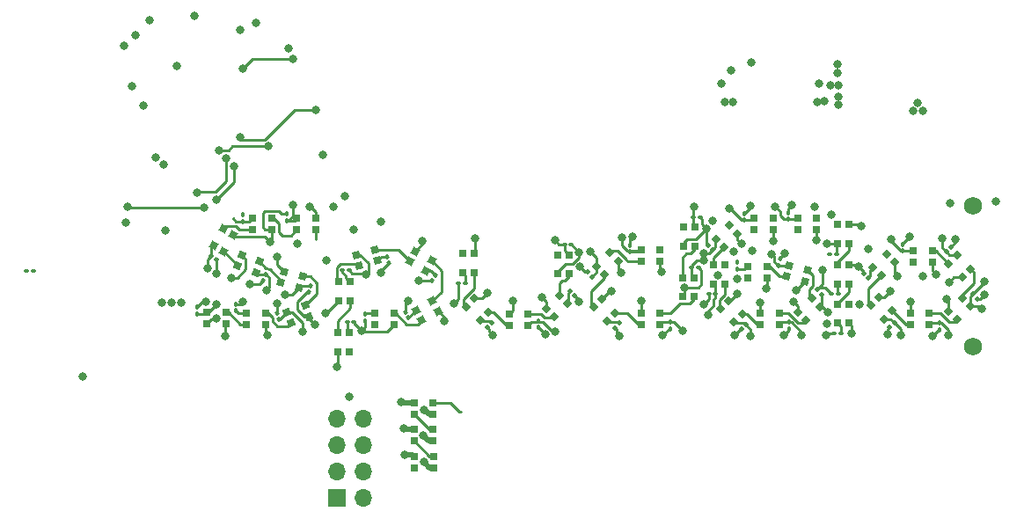
<source format=gbr>
%TF.GenerationSoftware,KiCad,Pcbnew,7.0.2-0*%
%TF.CreationDate,2023-09-28T22:34:41-05:00*%
%TF.ProjectId,spudglo_business_card,73707564-676c-46f5-9f62-7573696e6573,rev?*%
%TF.SameCoordinates,Original*%
%TF.FileFunction,Copper,L1,Top*%
%TF.FilePolarity,Positive*%
%FSLAX46Y46*%
G04 Gerber Fmt 4.6, Leading zero omitted, Abs format (unit mm)*
G04 Created by KiCad (PCBNEW 7.0.2-0) date 2023-09-28 22:34:41*
%MOMM*%
%LPD*%
G01*
G04 APERTURE LIST*
G04 Aperture macros list*
%AMRoundRect*
0 Rectangle with rounded corners*
0 $1 Rounding radius*
0 $2 $3 $4 $5 $6 $7 $8 $9 X,Y pos of 4 corners*
0 Add a 4 corners polygon primitive as box body*
4,1,4,$2,$3,$4,$5,$6,$7,$8,$9,$2,$3,0*
0 Add four circle primitives for the rounded corners*
1,1,$1+$1,$2,$3*
1,1,$1+$1,$4,$5*
1,1,$1+$1,$6,$7*
1,1,$1+$1,$8,$9*
0 Add four rect primitives between the rounded corners*
20,1,$1+$1,$2,$3,$4,$5,0*
20,1,$1+$1,$4,$5,$6,$7,0*
20,1,$1+$1,$6,$7,$8,$9,0*
20,1,$1+$1,$8,$9,$2,$3,0*%
%AMRotRect*
0 Rectangle, with rotation*
0 The origin of the aperture is its center*
0 $1 length*
0 $2 width*
0 $3 Rotation angle, in degrees counterclockwise*
0 Add horizontal line*
21,1,$1,$2,0,0,$3*%
G04 Aperture macros list end*
%TA.AperFunction,SMDPad,CuDef*%
%ADD10RoundRect,0.100000X-0.021213X-0.162635X0.162635X0.021213X0.021213X0.162635X-0.162635X-0.021213X0*%
%TD*%
%TA.AperFunction,SMDPad,CuDef*%
%ADD11RoundRect,0.100000X0.100000X-0.130000X0.100000X0.130000X-0.100000X0.130000X-0.100000X-0.130000X0*%
%TD*%
%TA.AperFunction,SMDPad,CuDef*%
%ADD12RoundRect,0.100000X0.162635X-0.021213X-0.021213X0.162635X-0.162635X0.021213X0.021213X-0.162635X0*%
%TD*%
%TA.AperFunction,SMDPad,CuDef*%
%ADD13RoundRect,0.100000X0.130000X0.100000X-0.130000X0.100000X-0.130000X-0.100000X0.130000X-0.100000X0*%
%TD*%
%TA.AperFunction,SMDPad,CuDef*%
%ADD14RoundRect,0.100000X-0.162635X0.021213X0.021213X-0.162635X0.162635X-0.021213X-0.021213X0.162635X0*%
%TD*%
%TA.AperFunction,SMDPad,CuDef*%
%ADD15RoundRect,0.100000X-0.100000X0.130000X-0.100000X-0.130000X0.100000X-0.130000X0.100000X0.130000X0*%
%TD*%
%TA.AperFunction,SMDPad,CuDef*%
%ADD16RoundRect,0.100000X0.021213X0.162635X-0.162635X-0.021213X-0.021213X-0.162635X0.162635X0.021213X0*%
%TD*%
%TA.AperFunction,SMDPad,CuDef*%
%ADD17RoundRect,0.100000X0.062946X-0.151452X0.130239X0.099688X-0.062946X0.151452X-0.130239X-0.099688X0*%
%TD*%
%TA.AperFunction,SMDPad,CuDef*%
%ADD18RoundRect,0.100000X-0.130000X-0.100000X0.130000X-0.100000X0.130000X0.100000X-0.130000X0.100000X0*%
%TD*%
%TA.AperFunction,SMDPad,CuDef*%
%ADD19R,0.700000X0.700000*%
%TD*%
%TA.AperFunction,SMDPad,CuDef*%
%ADD20RoundRect,0.100000X0.151603X-0.062583X0.021603X0.162583X-0.151603X0.062583X-0.021603X-0.162583X0*%
%TD*%
%TA.AperFunction,SMDPad,CuDef*%
%ADD21RoundRect,0.100000X-0.130239X0.099688X-0.062946X-0.151452X0.130239X-0.099688X0.062946X0.151452X0*%
%TD*%
%TA.AperFunction,SMDPad,CuDef*%
%ADD22RoundRect,0.100000X0.138432X-0.087958X0.049507X0.156362X-0.138432X0.087958X-0.049507X-0.156362X0*%
%TD*%
%TA.AperFunction,SMDPad,CuDef*%
%ADD23RoundRect,0.100000X-0.162583X-0.021603X0.062583X-0.151603X0.162583X0.021603X-0.062583X0.151603X0*%
%TD*%
%TA.AperFunction,SMDPad,CuDef*%
%ADD24RoundRect,0.100000X-0.021603X0.162583X-0.151603X-0.062583X0.021603X-0.162583X0.151603X0.062583X0*%
%TD*%
%TA.AperFunction,SMDPad,CuDef*%
%ADD25RoundRect,0.100000X-0.062946X0.151452X-0.130239X-0.099688X0.062946X-0.151452X0.130239X0.099688X0*%
%TD*%
%TA.AperFunction,SMDPad,CuDef*%
%ADD26RoundRect,0.100000X-0.049507X0.156362X-0.138432X-0.087958X0.049507X-0.156362X0.138432X0.087958X0*%
%TD*%
%TA.AperFunction,SMDPad,CuDef*%
%ADD27RotRect,0.700000X0.700000X45.000000*%
%TD*%
%TA.AperFunction,SMDPad,CuDef*%
%ADD28RotRect,0.700000X0.700000X195.000000*%
%TD*%
%TA.AperFunction,SMDPad,CuDef*%
%ADD29RotRect,0.700000X0.700000X345.000000*%
%TD*%
%TA.AperFunction,SMDPad,CuDef*%
%ADD30RotRect,0.700000X0.700000X225.000000*%
%TD*%
%TA.AperFunction,SMDPad,CuDef*%
%ADD31RotRect,0.700000X0.700000X30.000000*%
%TD*%
%TA.AperFunction,SMDPad,CuDef*%
%ADD32RotRect,0.700000X0.700000X315.000000*%
%TD*%
%TA.AperFunction,SMDPad,CuDef*%
%ADD33RotRect,0.700000X0.700000X135.000000*%
%TD*%
%TA.AperFunction,SMDPad,CuDef*%
%ADD34RotRect,0.700000X0.700000X150.000000*%
%TD*%
%TA.AperFunction,SMDPad,CuDef*%
%ADD35RotRect,0.700000X0.700000X165.000000*%
%TD*%
%TA.AperFunction,SMDPad,CuDef*%
%ADD36RotRect,0.700000X0.700000X20.000000*%
%TD*%
%TA.AperFunction,SMDPad,CuDef*%
%ADD37RotRect,0.700000X0.700000X60.000000*%
%TD*%
%TA.AperFunction,SMDPad,CuDef*%
%ADD38RotRect,0.700000X0.700000X160.000000*%
%TD*%
%TA.AperFunction,ComponentPad*%
%ADD39C,1.755000*%
%TD*%
%TA.AperFunction,ComponentPad*%
%ADD40R,1.700000X1.700000*%
%TD*%
%TA.AperFunction,ComponentPad*%
%ADD41O,1.700000X1.700000*%
%TD*%
%TA.AperFunction,ViaPad*%
%ADD42C,0.800000*%
%TD*%
%TA.AperFunction,Conductor*%
%ADD43C,0.250000*%
%TD*%
%TA.AperFunction,Conductor*%
%ADD44C,0.500000*%
%TD*%
G04 APERTURE END LIST*
D10*
%TO.P,C68,1*%
%TO.N,+5V*%
X255457452Y-101912548D03*
%TO.P,C68,2*%
%TO.N,GND*%
X255910000Y-101460000D03*
%TD*%
D11*
%TO.P,C67,1*%
%TO.N,+5V*%
X251290000Y-101815000D03*
%TO.P,C67,2*%
%TO.N,GND*%
X251290000Y-101175000D03*
%TD*%
D12*
%TO.P,C66,1*%
%TO.N,+5V*%
X243482322Y-106012322D03*
%TO.P,C66,2*%
%TO.N,GND*%
X243029774Y-105559774D03*
%TD*%
D13*
%TO.P,C65,1*%
%TO.N,+5V*%
X244920000Y-102100000D03*
%TO.P,C65,2*%
%TO.N,GND*%
X244280000Y-102100000D03*
%TD*%
%TO.P,C64,1*%
%TO.N,+5V*%
X245050000Y-105950000D03*
%TO.P,C64,2*%
%TO.N,GND*%
X244410000Y-105950000D03*
%TD*%
D14*
%TO.P,C63,1*%
%TO.N,+5V*%
X258007452Y-105977452D03*
%TO.P,C63,2*%
%TO.N,GND*%
X258460000Y-106430000D03*
%TD*%
D13*
%TO.P,C62,1*%
%TO.N,+5V*%
X233270000Y-105980000D03*
%TO.P,C62,2*%
%TO.N,GND*%
X232630000Y-105980000D03*
%TD*%
D15*
%TO.P,C61,1*%
%TO.N,+5V*%
X240380000Y-108695000D03*
%TO.P,C61,2*%
%TO.N,GND*%
X240380000Y-109335000D03*
%TD*%
D11*
%TO.P,C60,1*%
%TO.N,+5V*%
X235350000Y-103580000D03*
%TO.P,C60,2*%
%TO.N,GND*%
X235350000Y-102940000D03*
%TD*%
D13*
%TO.P,C59,1*%
%TO.N,+5V*%
X245305000Y-109770000D03*
%TO.P,C59,2*%
%TO.N,GND*%
X244665000Y-109770000D03*
%TD*%
D15*
%TO.P,C58,1*%
%TO.N,+5V*%
X254810000Y-108745000D03*
%TO.P,C58,2*%
%TO.N,GND*%
X254810000Y-109385000D03*
%TD*%
D12*
%TO.P,C57,1*%
%TO.N,+5V*%
X232970226Y-101710225D03*
%TO.P,C57,2*%
%TO.N,GND*%
X232517678Y-101257677D03*
%TD*%
D16*
%TO.P,C56,1*%
%TO.N,+5V*%
X236202322Y-108917678D03*
%TO.P,C56,2*%
%TO.N,GND*%
X235749774Y-109370226D03*
%TD*%
D17*
%TO.P,C55,1*%
%TO.N,+5V*%
X239317885Y-103212340D03*
%TO.P,C55,2*%
%TO.N,GND*%
X239483529Y-102594148D03*
%TD*%
D12*
%TO.P,C54,1*%
%TO.N,+5V*%
X247992322Y-104442323D03*
%TO.P,C54,2*%
%TO.N,GND*%
X247539774Y-103989775D03*
%TD*%
D16*
%TO.P,C53,1*%
%TO.N,+5V*%
X250462322Y-108747678D03*
%TO.P,C53,2*%
%TO.N,GND*%
X250009774Y-109200226D03*
%TD*%
D15*
%TO.P,C40,1*%
%TO.N,+5V*%
X228900000Y-108660000D03*
%TO.P,C40,2*%
%TO.N,GND*%
X228900000Y-109300000D03*
%TD*%
D11*
%TO.P,C39,1*%
%TO.N,+5V*%
X225060000Y-101900000D03*
%TO.P,C39,2*%
%TO.N,GND*%
X225060000Y-101260000D03*
%TD*%
D18*
%TO.P,C50,1*%
%TO.N,+5V*%
X230980000Y-103410000D03*
%TO.P,C50,2*%
%TO.N,GND*%
X231620000Y-103410000D03*
%TD*%
D16*
%TO.P,C41,1*%
%TO.N,+5V*%
X211752551Y-108747455D03*
%TO.P,C41,2*%
%TO.N,GND*%
X211300003Y-109200003D03*
%TD*%
D13*
%TO.P,C42,1*%
%TO.N,+5V*%
X209190000Y-104900000D03*
%TO.P,C42,2*%
%TO.N,GND*%
X208550000Y-104900000D03*
%TD*%
D11*
%TO.P,C43,2*%
%TO.N,GND*%
X240220000Y-98150000D03*
%TO.P,C43,1*%
%TO.N,+5V*%
X240220000Y-98790000D03*
%TD*%
D18*
%TO.P,C44,1*%
%TO.N,+5V*%
X231140000Y-98570000D03*
%TO.P,C44,2*%
%TO.N,GND*%
X231780000Y-98570000D03*
%TD*%
D16*
%TO.P,C45,1*%
%TO.N,+5V*%
X224024152Y-108769775D03*
%TO.P,C45,2*%
%TO.N,GND*%
X223571604Y-109222323D03*
%TD*%
D15*
%TO.P,C52,1*%
%TO.N,+5V*%
X216200000Y-108540000D03*
%TO.P,C52,2*%
%TO.N,GND*%
X216200000Y-109180000D03*
%TD*%
D18*
%TO.P,C51,1*%
%TO.N,+5V*%
X218735000Y-101170000D03*
%TO.P,C51,2*%
%TO.N,GND*%
X219375000Y-101170000D03*
%TD*%
D11*
%TO.P,C38,2*%
%TO.N,GND*%
X236000000Y-98220000D03*
%TO.P,C38,1*%
%TO.N,+5V*%
X236000000Y-98860000D03*
%TD*%
D12*
%TO.P,C49,1*%
%TO.N,+5V*%
X221366274Y-104296274D03*
%TO.P,C49,2*%
%TO.N,GND*%
X220913726Y-103843726D03*
%TD*%
D15*
%TO.P,C47,1*%
%TO.N,+5V*%
X199509996Y-107920001D03*
%TO.P,C47,2*%
%TO.N,GND*%
X199509996Y-108560001D03*
%TD*%
D14*
%TO.P,C46,1*%
%TO.N,+5V*%
X219257455Y-105697449D03*
%TO.P,C46,2*%
%TO.N,GND*%
X219710003Y-106149997D03*
%TD*%
D19*
%TO.P,D46,1,VDD*%
%TO.N,+5V*%
X188110000Y-107790000D03*
%TO.P,D46,2,DOUT*%
%TO.N,Net-(D46-DOUT)*%
X188110000Y-108890000D03*
%TO.P,D46,3,VSS*%
%TO.N,GND*%
X189940000Y-108890000D03*
%TO.P,D46,4,DIN*%
%TO.N,Net-(D46-DIN)*%
X189940000Y-107790000D03*
%TD*%
D20*
%TO.P,C25,1*%
%TO.N,+5V*%
X203719999Y-108254256D03*
%TO.P,C25,2*%
%TO.N,GND*%
X203399999Y-107700000D03*
%TD*%
D21*
%TO.P,C26,1*%
%TO.N,+5V*%
X201640000Y-102390000D03*
%TO.P,C26,2*%
%TO.N,GND*%
X201805644Y-103008192D03*
%TD*%
D11*
%TO.P,C27,1*%
%TO.N,+5V*%
X183330000Y-107875000D03*
%TO.P,C27,2*%
%TO.N,GND*%
X183330000Y-107235000D03*
%TD*%
D22*
%TO.P,C28,2*%
%TO.N,GND*%
X191040000Y-107820000D03*
%TO.P,C28,1*%
%TO.N,+5V*%
X191258892Y-108421404D03*
%TD*%
D18*
%TO.P,C29,1*%
%TO.N,+5V*%
X166975000Y-103780000D03*
%TO.P,C29,2*%
%TO.N,GND*%
X167615000Y-103780000D03*
%TD*%
D23*
%TO.P,C30,1*%
%TO.N,+5V*%
X184705740Y-102310001D03*
%TO.P,C30,2*%
%TO.N,GND*%
X185259996Y-102630001D03*
%TD*%
D24*
%TO.P,C31,1*%
%TO.N,+5V*%
X206300000Y-104142872D03*
%TO.P,C31,2*%
%TO.N,GND*%
X205980000Y-104697128D03*
%TD*%
D18*
%TO.P,C32,1*%
%TO.N,+5V*%
X197350000Y-103690000D03*
%TO.P,C32,2*%
%TO.N,GND*%
X197990000Y-103690000D03*
%TD*%
D11*
%TO.P,C33,1*%
%TO.N,+5V*%
X187130000Y-107565000D03*
%TO.P,C33,2*%
%TO.N,GND*%
X187130000Y-106925000D03*
%TD*%
D25*
%TO.P,C34,1*%
%TO.N,+5V*%
X194292115Y-105177660D03*
%TO.P,C34,2*%
%TO.N,GND*%
X194126471Y-105795852D03*
%TD*%
D26*
%TO.P,C35,1*%
%TO.N,+5V*%
X189941449Y-104043492D03*
%TO.P,C35,2*%
%TO.N,GND*%
X189722557Y-104644896D03*
%TD*%
D11*
%TO.P,C36,1*%
%TO.N,+5V*%
X187730000Y-98970000D03*
%TO.P,C36,2*%
%TO.N,GND*%
X187730000Y-98330000D03*
%TD*%
D18*
%TO.P,C37,1*%
%TO.N,+5V*%
X197825000Y-108660000D03*
%TO.P,C37,2*%
%TO.N,GND*%
X198465000Y-108660000D03*
%TD*%
D11*
%TO.P,C48,2*%
%TO.N,GND*%
X191960000Y-98260000D03*
%TO.P,C48,1*%
%TO.N,+5V*%
X191960000Y-98900000D03*
%TD*%
D27*
%TO.P,D20,1,VDD*%
%TO.N,+5V*%
X221812183Y-103302183D03*
%TO.P,D20,2,DOUT*%
%TO.N,Net-(D20-DOUT)*%
X222590000Y-104080000D03*
%TO.P,D20,3,VSS*%
%TO.N,GND*%
X223884005Y-102785995D03*
%TO.P,D20,4,DIN*%
%TO.N,Net-(D19-DOUT)*%
X223106188Y-102008178D03*
%TD*%
D28*
%TO.P,D10,1,VDD*%
%TO.N,+5V*%
X200742346Y-102768880D03*
%TO.P,D10,2,DOUT*%
%TO.N,Net-(D10-DOUT)*%
X200457645Y-101706361D03*
%TO.P,D10,3,VSS*%
%TO.N,GND*%
X198690000Y-102180000D03*
%TO.P,D10,4,DIN*%
%TO.N,Net-(D10-DIN)*%
X198974701Y-103242519D03*
%TD*%
D19*
%TO.P,D16,1,VDD*%
%TO.N,+5V*%
X215220000Y-108980000D03*
%TO.P,D16,2,DOUT*%
%TO.N,Net-(D16-DOUT)*%
X215220000Y-107880000D03*
%TO.P,D16,3,VSS*%
%TO.N,GND*%
X213390000Y-107880000D03*
%TO.P,D16,4,DIN*%
%TO.N,Net-(D15-DOUT)*%
X213390000Y-108980000D03*
%TD*%
%TO.P,D1,1,VDD*%
%TO.N,+5V*%
X192960000Y-98680000D03*
%TO.P,D1,2,DOUT*%
%TO.N,Net-(D1-DOUT)*%
X192960000Y-99780000D03*
%TO.P,D1,3,VSS*%
%TO.N,GND*%
X194790000Y-99780000D03*
%TO.P,D1,4,DIN*%
%TO.N,TIM1_CH1_SHIFT*%
X194790000Y-98680000D03*
%TD*%
%TO.P,D7,4,DIN*%
%TO.N,Net-(D46-DOUT)*%
X186160000Y-107750000D03*
%TO.P,D7,3,VSS*%
%TO.N,GND*%
X186160000Y-108850000D03*
%TO.P,D7,2,DOUT*%
%TO.N,Net-(D7-DOUT)*%
X184330000Y-108850000D03*
%TO.P,D7,1,VDD*%
%TO.N,+5V*%
X184330000Y-107750000D03*
%TD*%
D29*
%TO.P,D32,1,VDD*%
%TO.N,+5V*%
X240362355Y-103216361D03*
%TO.P,D32,2,DOUT*%
%TO.N,Net-(D32-DOUT)*%
X240077654Y-104278880D03*
%TO.P,D32,3,VSS*%
%TO.N,GND*%
X241845299Y-104752519D03*
%TO.P,D32,4,DIN*%
%TO.N,Net-(D31-DOUT)*%
X242130000Y-103690000D03*
%TD*%
D19*
%TO.P,D34,1,VDD*%
%TO.N,+5V*%
X244990000Y-101110000D03*
%TO.P,D34,2,DOUT*%
%TO.N,Net-(D34-DOUT)*%
X246090000Y-101110000D03*
%TO.P,D34,3,VSS*%
%TO.N,GND*%
X246090000Y-99280000D03*
%TO.P,D34,4,DIN*%
%TO.N,Net-(D33-DOUT)*%
X244990000Y-99280000D03*
%TD*%
D27*
%TO.P,D27,1,VDD*%
%TO.N,+5V*%
X233295995Y-100674005D03*
%TO.P,D27,2,DOUT*%
%TO.N,Net-(D27-DOUT)*%
X234073812Y-101451822D03*
%TO.P,D27,3,VSS*%
%TO.N,GND*%
X235367817Y-100157817D03*
%TO.P,D27,4,DIN*%
%TO.N,Net-(D26-DOUT)*%
X234590000Y-99380000D03*
%TD*%
D30*
%TO.P,D31,1,VDD*%
%TO.N,+5V*%
X243281822Y-107173812D03*
%TO.P,D31,2,DOUT*%
%TO.N,Net-(D31-DOUT)*%
X242504005Y-106395995D03*
%TO.P,D31,3,VSS*%
%TO.N,GND*%
X241210000Y-107690000D03*
%TO.P,D31,4,DIN*%
%TO.N,Net-(D30-DOUT)*%
X241987817Y-108467817D03*
%TD*%
D19*
%TO.P,D8,1,VDD*%
%TO.N,+5V*%
X197990000Y-109680000D03*
%TO.P,D8,2,DOUT*%
%TO.N,Net-(D8-DOUT)*%
X196890000Y-109680000D03*
%TO.P,D8,3,VSS*%
%TO.N,GND*%
X196890000Y-111510000D03*
%TO.P,D8,4,DIN*%
%TO.N,Net-(D7-DOUT)*%
X197990000Y-111510000D03*
%TD*%
%TO.P,D35,1,VDD*%
%TO.N,+5V*%
X244990000Y-104980001D03*
%TO.P,D35,2,DOUT*%
%TO.N,Net-(D35-DOUT)*%
X246090000Y-104980001D03*
%TO.P,D35,3,VSS*%
%TO.N,GND*%
X246090000Y-103150001D03*
%TO.P,D35,4,DIN*%
%TO.N,Net-(D34-DOUT)*%
X244990000Y-103150001D03*
%TD*%
%TO.P,D25,1,VDD*%
%TO.N,+5V*%
X241175000Y-98630000D03*
%TO.P,D25,2,DOUT*%
%TO.N,Net-(D25-DOUT)*%
X241175000Y-99730000D03*
%TO.P,D25,3,VSS*%
%TO.N,GND*%
X243005000Y-99730000D03*
%TO.P,D25,4,DIN*%
%TO.N,Net-(D24-DOUT)*%
X243005000Y-98630000D03*
%TD*%
D31*
%TO.P,D12,1,VDD*%
%TO.N,+5V*%
X204425174Y-107565000D03*
%TO.P,D12,2,DOUT*%
%TO.N,Net-(D12-DOUT)*%
X204975174Y-108517628D03*
%TO.P,D12,3,VSS*%
%TO.N,GND*%
X206560000Y-107602628D03*
%TO.P,D12,4,DIN*%
%TO.N,Net-(D11-DOUT)*%
X206010000Y-106650000D03*
%TD*%
D19*
%TO.P,D33,1,VDD*%
%TO.N,+5V*%
X236360000Y-103280000D03*
%TO.P,D33,2,DOUT*%
%TO.N,Net-(D33-DOUT)*%
X236360000Y-104380000D03*
%TO.P,D33,3,VSS*%
%TO.N,GND*%
X238190000Y-104380000D03*
%TO.P,D33,4,DIN*%
%TO.N,Net-(D32-DOUT)*%
X238190000Y-103280000D03*
%TD*%
D30*
%TO.P,D40,1,VDD*%
%TO.N,+5V*%
X257771822Y-107133812D03*
%TO.P,D40,2,DOUT*%
%TO.N,Net-(D40-DOUT)*%
X256994005Y-106355995D03*
%TO.P,D40,3,VSS*%
%TO.N,GND*%
X255700000Y-107650000D03*
%TO.P,D40,4,DIN*%
%TO.N,Net-(D39-DOUT)*%
X256477817Y-108427817D03*
%TD*%
D19*
%TO.P,D30,1,VDD*%
%TO.N,+5V*%
X239420000Y-108880000D03*
%TO.P,D30,2,DOUT*%
%TO.N,Net-(D30-DOUT)*%
X239420000Y-107780000D03*
%TO.P,D30,3,VSS*%
%TO.N,GND*%
X237590000Y-107780000D03*
%TO.P,D30,4,DIN*%
%TO.N,Net-(D29-DOUT)*%
X237590000Y-108880000D03*
%TD*%
%TO.P,D22,1,VDD*%
%TO.N,+5V*%
X227920000Y-108880000D03*
%TO.P,D22,2,DOUT*%
%TO.N,Net-(D22-DOUT)*%
X227920000Y-107780000D03*
%TO.P,D22,3,VSS*%
%TO.N,GND*%
X226090000Y-107780000D03*
%TO.P,D22,4,DIN*%
%TO.N,Net-(D21-DOUT)*%
X226090000Y-108880000D03*
%TD*%
%TO.P,D26,1,VDD*%
%TO.N,+5V*%
X236960000Y-98680000D03*
%TO.P,D26,2,DOUT*%
%TO.N,Net-(D26-DOUT)*%
X236960000Y-99780000D03*
%TO.P,D26,3,VSS*%
%TO.N,GND*%
X238790000Y-99780000D03*
%TO.P,D26,4,DIN*%
%TO.N,Net-(D25-DOUT)*%
X238790000Y-98680000D03*
%TD*%
%TO.P,D14,1,VDD*%
%TO.N,+5V*%
X208930078Y-103905892D03*
%TO.P,D14,2,DOUT*%
%TO.N,Net-(D14-DOUT)*%
X210030078Y-103905892D03*
%TO.P,D14,3,VSS*%
%TO.N,GND*%
X210030078Y-102075892D03*
%TO.P,D14,4,DIN*%
%TO.N,Net-(D13-DOUT)*%
X208930078Y-102075892D03*
%TD*%
D32*
%TO.P,D41,1,VDD*%
%TO.N,+5V*%
X256483812Y-102258178D03*
%TO.P,D41,2,DOUT*%
%TO.N,Net-(D41-DOUT)*%
X255705995Y-103035995D03*
%TO.P,D41,3,VSS*%
%TO.N,GND*%
X257000000Y-104330000D03*
%TO.P,D41,4,DIN*%
%TO.N,Net-(D40-DOUT)*%
X257777817Y-103552183D03*
%TD*%
D19*
%TO.P,D44,1,VDD*%
%TO.N,+5V*%
X204265000Y-119020000D03*
%TO.P,D44,2,DOUT*%
%TO.N,Net-(D44-DOUT)*%
X204265000Y-120120000D03*
%TO.P,D44,3,VSS*%
%TO.N,GND*%
X206095000Y-120120000D03*
%TO.P,D44,4,DIN*%
%TO.N,Net-(D43-DOUT)*%
X206095000Y-119020000D03*
%TD*%
D33*
%TO.P,D38,1,VDD*%
%TO.N,+5V*%
X249484005Y-108374005D03*
%TO.P,D38,2,DOUT*%
%TO.N,Net-(D38-DOUT)*%
X250261822Y-107596188D03*
%TO.P,D38,3,VSS*%
%TO.N,GND*%
X248967817Y-106302183D03*
%TO.P,D38,4,DIN*%
%TO.N,Net-(D37-DOUT)*%
X248190000Y-107080000D03*
%TD*%
D34*
%TO.P,D11,1,VDD*%
%TO.N,+5V*%
X205407413Y-103713814D03*
%TO.P,D11,2,DOUT*%
%TO.N,Net-(D11-DOUT)*%
X205957413Y-102761186D03*
%TO.P,D11,3,VSS*%
%TO.N,GND*%
X204372587Y-101846186D03*
%TO.P,D11,4,DIN*%
%TO.N,Net-(D10-DOUT)*%
X203822587Y-102798814D03*
%TD*%
D19*
%TO.P,D43,1,VDD*%
%TO.N,+5V*%
X204240000Y-116460000D03*
%TO.P,D43,2,DOUT*%
%TO.N,Net-(D43-DOUT)*%
X204240000Y-117560000D03*
%TO.P,D43,3,VSS*%
%TO.N,GND*%
X206070000Y-117560000D03*
%TO.P,D43,4,DIN*%
%TO.N,Net-(D42-DOUT)*%
X206070000Y-116460000D03*
%TD*%
%TO.P,D9,1,VDD*%
%TO.N,+5V*%
X198090000Y-104779999D03*
%TO.P,D9,2,DOUT*%
%TO.N,Net-(D10-DIN)*%
X196990000Y-104779999D03*
%TO.P,D9,3,VSS*%
%TO.N,GND*%
X196990000Y-106609999D03*
%TO.P,D9,4,DIN*%
%TO.N,Net-(D8-DOUT)*%
X198090000Y-106609999D03*
%TD*%
D33*
%TO.P,D21,1,VDD*%
%TO.N,+5V*%
X222806188Y-108551822D03*
%TO.P,D21,2,DOUT*%
%TO.N,Net-(D21-DOUT)*%
X223584005Y-107774005D03*
%TO.P,D21,3,VSS*%
%TO.N,GND*%
X222290000Y-106480000D03*
%TO.P,D21,4,DIN*%
%TO.N,Net-(D20-DOUT)*%
X221512183Y-107257817D03*
%TD*%
D35*
%TO.P,D5,1,VDD*%
%TO.N,+5V*%
X193205299Y-105342519D03*
%TO.P,D5,2,DOUT*%
%TO.N,Net-(D5-DOUT)*%
X193490000Y-104280000D03*
%TO.P,D5,3,VSS*%
%TO.N,GND*%
X191722355Y-103806361D03*
%TO.P,D5,4,DIN*%
%TO.N,Net-(D4-DOUT)*%
X191437654Y-104868880D03*
%TD*%
D19*
%TO.P,D23,1,VDD*%
%TO.N,+5V*%
X231190000Y-104380000D03*
%TO.P,D23,2,DOUT*%
%TO.N,Net-(D23-DOUT)*%
X230090000Y-104380000D03*
%TO.P,D23,3,VSS*%
%TO.N,GND*%
X230090000Y-106210000D03*
%TO.P,D23,4,DIN*%
%TO.N,Net-(D22-DOUT)*%
X231190000Y-106210000D03*
%TD*%
D33*
%TO.P,D15,1,VDD*%
%TO.N,+5V*%
X210584005Y-108474005D03*
%TO.P,D15,2,DOUT*%
%TO.N,Net-(D15-DOUT)*%
X211361822Y-107696188D03*
%TO.P,D15,3,VSS*%
%TO.N,GND*%
X210067817Y-106402183D03*
%TO.P,D15,4,DIN*%
%TO.N,Net-(D14-DOUT)*%
X209290000Y-107180000D03*
%TD*%
D19*
%TO.P,D36,1,VDD*%
%TO.N,+5V*%
X244990000Y-108780000D03*
%TO.P,D36,2,DOUT*%
%TO.N,Net-(D36-DOUT)*%
X246090000Y-108780000D03*
%TO.P,D36,3,VSS*%
%TO.N,GND*%
X246090000Y-106950000D03*
%TO.P,D36,4,DIN*%
%TO.N,Net-(D35-DOUT)*%
X244990000Y-106950000D03*
%TD*%
%TO.P,D42,1,VDD*%
%TO.N,+5V*%
X252275000Y-101793109D03*
%TO.P,D42,2,DOUT*%
%TO.N,Net-(D42-DOUT)*%
X252275000Y-102893109D03*
%TO.P,D42,3,VSS*%
%TO.N,GND*%
X254105000Y-102893109D03*
%TO.P,D42,4,DIN*%
%TO.N,Net-(D41-DOUT)*%
X254105000Y-101793109D03*
%TD*%
%TO.P,D24,1,VDD*%
%TO.N,+5V*%
X231290001Y-99549999D03*
%TO.P,D24,2,DOUT*%
%TO.N,Net-(D24-DOUT)*%
X230190001Y-99549999D03*
%TO.P,D24,3,VSS*%
%TO.N,GND*%
X230190001Y-101379999D03*
%TO.P,D24,4,DIN*%
%TO.N,Net-(D23-DOUT)*%
X231290001Y-101379999D03*
%TD*%
D33*
%TO.P,D29,1,VDD*%
%TO.N,+5V*%
X235042183Y-108687817D03*
%TO.P,D29,2,DOUT*%
%TO.N,Net-(D29-DOUT)*%
X235820000Y-107910000D03*
%TO.P,D29,3,VSS*%
%TO.N,GND*%
X234525995Y-106615995D03*
%TO.P,D29,4,DIN*%
%TO.N,Net-(D28-DOUT)*%
X233748178Y-107393812D03*
%TD*%
D19*
%TO.P,D13,1,VDD*%
%TO.N,+5V*%
X200470000Y-107840000D03*
%TO.P,D13,2,DOUT*%
%TO.N,Net-(D13-DOUT)*%
X200470000Y-108940000D03*
%TO.P,D13,3,VSS*%
%TO.N,GND*%
X202300000Y-108940000D03*
%TO.P,D13,4,DIN*%
%TO.N,Net-(D12-DOUT)*%
X202300000Y-107840000D03*
%TD*%
%TO.P,D45,1,VDD*%
%TO.N,+5V*%
X204270000Y-121570000D03*
%TO.P,D45,2,DOUT*%
%TO.N,unconnected-(D45-DOUT-Pad2)*%
X204270000Y-122670000D03*
%TO.P,D45,3,VSS*%
%TO.N,GND*%
X206100000Y-122670000D03*
%TO.P,D45,4,DIN*%
%TO.N,Net-(D44-DOUT)*%
X206100000Y-121570000D03*
%TD*%
D36*
%TO.P,D6,1,VDD*%
%TO.N,+5V*%
X192030362Y-107705896D03*
%TO.P,D6,2,DOUT*%
%TO.N,Net-(D46-DIN)*%
X192406584Y-108739558D03*
%TO.P,D6,3,VSS*%
%TO.N,GND*%
X194126222Y-108113662D03*
%TO.P,D6,4,DIN*%
%TO.N,Net-(D5-DOUT)*%
X193750000Y-107080000D03*
%TD*%
D37*
%TO.P,D3,1,VDD*%
%TO.N,+5V*%
X184980000Y-101290000D03*
%TO.P,D3,2,DOUT*%
%TO.N,Net-(D3-DOUT)*%
X185932628Y-101840000D03*
%TO.P,D3,3,VSS*%
%TO.N,GND*%
X186847628Y-100255174D03*
%TO.P,D3,4,DIN*%
%TO.N,Net-(D2-DOUT)*%
X185895000Y-99705174D03*
%TD*%
D19*
%TO.P,D2,4,DIN*%
%TO.N,Net-(D1-DOUT)*%
X190520000Y-98680000D03*
%TO.P,D2,3,VSS*%
%TO.N,GND*%
X190520000Y-99780000D03*
%TO.P,D2,2,DOUT*%
%TO.N,Net-(D2-DOUT)*%
X188690000Y-99780000D03*
%TO.P,D2,1,VDD*%
%TO.N,+5V*%
X188690000Y-98680000D03*
%TD*%
%TO.P,D39,1,VDD*%
%TO.N,+5V*%
X253820000Y-108930000D03*
%TO.P,D39,2,DOUT*%
%TO.N,Net-(D39-DOUT)*%
X253820000Y-107830000D03*
%TO.P,D39,3,VSS*%
%TO.N,GND*%
X251990000Y-107830000D03*
%TO.P,D39,4,DIN*%
%TO.N,Net-(D38-DOUT)*%
X251990000Y-108930000D03*
%TD*%
%TO.P,D19,1,VDD*%
%TO.N,+5V*%
X226090000Y-101680000D03*
%TO.P,D19,2,DOUT*%
%TO.N,Net-(D19-DOUT)*%
X226090000Y-102780000D03*
%TO.P,D19,3,VSS*%
%TO.N,GND*%
X227920000Y-102780000D03*
%TO.P,D19,4,DIN*%
%TO.N,Net-(D18-DOUT)*%
X227920000Y-101680000D03*
%TD*%
%TO.P,D28,1,VDD*%
%TO.N,+5V*%
X233067813Y-105009998D03*
%TO.P,D28,2,DOUT*%
%TO.N,Net-(D28-DOUT)*%
X234167813Y-105009998D03*
%TO.P,D28,3,VSS*%
%TO.N,GND*%
X234167813Y-103179998D03*
%TO.P,D28,4,DIN*%
%TO.N,Net-(D27-DOUT)*%
X233067813Y-103179998D03*
%TD*%
%TO.P,D18,1,VDD*%
%TO.N,+5V*%
X219190000Y-102180000D03*
%TO.P,D18,2,DOUT*%
%TO.N,Net-(D18-DOUT)*%
X218090000Y-102180000D03*
%TO.P,D18,3,VSS*%
%TO.N,GND*%
X218090000Y-104010000D03*
%TO.P,D18,4,DIN*%
%TO.N,Net-(D17-DOUT)*%
X219190000Y-104010000D03*
%TD*%
D27*
%TO.P,D37,1,VDD*%
%TO.N,+5V*%
X248418178Y-103396188D03*
%TO.P,D37,2,DOUT*%
%TO.N,Net-(D37-DOUT)*%
X249195995Y-104174005D03*
%TO.P,D37,3,VSS*%
%TO.N,GND*%
X250490000Y-102880000D03*
%TO.P,D37,4,DIN*%
%TO.N,Net-(D36-DOUT)*%
X249712183Y-102102183D03*
%TD*%
D30*
%TO.P,D17,1,VDD*%
%TO.N,+5V*%
X219025911Y-106863812D03*
%TO.P,D17,2,DOUT*%
%TO.N,Net-(D17-DOUT)*%
X218248094Y-106085995D03*
%TO.P,D17,3,VSS*%
%TO.N,GND*%
X216954089Y-107380000D03*
%TO.P,D17,4,DIN*%
%TO.N,Net-(D16-DOUT)*%
X217731906Y-108157817D03*
%TD*%
D38*
%TO.P,D4,1,VDD*%
%TO.N,+5V*%
X188993778Y-103883662D03*
%TO.P,D4,2,DOUT*%
%TO.N,Net-(D4-DOUT)*%
X189370000Y-102850000D03*
%TO.P,D4,3,VSS*%
%TO.N,GND*%
X187650362Y-102224104D03*
%TO.P,D4,4,DIN*%
%TO.N,Net-(D3-DOUT)*%
X187274140Y-103257766D03*
%TD*%
D39*
%TO.P,BT1,+*%
%TO.N,VBAT*%
X258000000Y-97440000D03*
%TO.P,BT1,-*%
%TO.N,GND*%
X258000000Y-111030000D03*
%TD*%
D40*
%TO.P,J1,1,Pin_1*%
%TO.N,GND*%
X196850000Y-125580000D03*
D41*
%TO.P,J1,2,Pin_2*%
%TO.N,NRST*%
X199390000Y-125580000D03*
%TO.P,J1,3,Pin_3*%
%TO.N,/spudglo_business_card_micro/NJTRST*%
X196850000Y-123040000D03*
%TO.P,J1,4,Pin_4*%
%TO.N,/spudglo_business_card_micro/JTDO*%
X199390000Y-123040000D03*
%TO.P,J1,5,Pin_5*%
%TO.N,/spudglo_business_card_micro/JTDI*%
X196850000Y-120500000D03*
%TO.P,J1,6,Pin_6*%
%TO.N,/spudglo_business_card_micro/SWCLK*%
X199390000Y-120500000D03*
%TO.P,J1,7,Pin_7*%
%TO.N,/spudglo_business_card_micro/SWDIO*%
X196850000Y-117960000D03*
%TO.P,J1,8,Pin_8*%
%TO.N,+3V3*%
X199390000Y-117960000D03*
%TD*%
D42*
%TO.N,GND*%
X243870000Y-109910000D03*
X249860000Y-109870000D03*
%TO.N,+5V*%
X251060000Y-109960000D03*
%TO.N,GND*%
X254170000Y-109980000D03*
X259120000Y-106050000D03*
%TO.N,+5V*%
X259130000Y-104760000D03*
%TO.N,GND*%
X256380000Y-100710000D03*
%TO.N,+5V*%
X250130000Y-100730000D03*
%TO.N,GND*%
X247310000Y-99400000D03*
X243600000Y-103670000D03*
X239870000Y-109940000D03*
%TO.N,+5V*%
X232590000Y-107970000D03*
%TO.N,GND*%
X232150000Y-106940000D03*
X235130000Y-109890000D03*
X239930000Y-102050000D03*
X240600000Y-97410000D03*
X236604500Y-97467270D03*
%TO.N,+5V*%
X234590000Y-97750000D03*
%TO.N,GND*%
X228175000Y-109955000D03*
%TO.N,+5V*%
X193490000Y-109620000D03*
X191860000Y-106070000D03*
%TO.N,GND*%
X191067399Y-102404500D03*
%TO.N,+5V*%
X190070000Y-105590000D03*
%TO.N,GND*%
X188460000Y-105030000D03*
X186660000Y-104380000D03*
X185244366Y-104000305D03*
%TO.N,+5V*%
X232168219Y-102013526D03*
X231180000Y-97600000D03*
X232128201Y-102721557D03*
%TO.N,GND*%
X230280000Y-105329502D03*
X223970000Y-110020000D03*
%TO.N,+5V*%
X230070000Y-109470000D03*
X224253792Y-100521087D03*
X221180000Y-101850000D03*
X217812598Y-109567410D03*
%TO.N,GND*%
X225250000Y-100440000D03*
X220190000Y-103340000D03*
%TO.N,+5V*%
X217780000Y-100760000D03*
%TO.N,GND*%
X220104788Y-106727944D03*
X216860000Y-109870000D03*
X211840000Y-109940000D03*
X210080000Y-100640000D03*
X208100000Y-106870000D03*
X205060000Y-100840000D03*
X199190000Y-109480000D03*
X203690000Y-106640000D03*
X207141314Y-108530000D03*
X204735000Y-104705000D03*
X201097701Y-103932299D03*
X199640000Y-104120000D03*
X195750000Y-107810000D03*
X196790000Y-112940000D03*
X190386809Y-100961407D03*
X186040000Y-110020000D03*
X194710000Y-108920000D03*
X184200000Y-106700000D03*
%TO.N,+5V*%
X185260000Y-106950000D03*
%TO.N,GND*%
X187800000Y-106680000D03*
X190120000Y-109930000D03*
X191040000Y-106840000D03*
%TO.N,+5V*%
X184410000Y-103450000D03*
X192620000Y-97360000D03*
%TO.N,Net-(D7-DOUT)*%
X185232244Y-108339997D03*
%TO.N,GND*%
X211330000Y-105900000D03*
%TO.N,+5V*%
X255050000Y-100590000D03*
X238670000Y-102110000D03*
X236765500Y-101790000D03*
%TO.N,GND*%
X247060000Y-103340000D03*
%TO.N,+5V*%
X244020000Y-108850000D03*
X258890000Y-107400000D03*
X244020000Y-101110000D03*
X233469502Y-104129500D03*
X241560000Y-109940000D03*
X244070000Y-107730000D03*
X236660000Y-109990000D03*
%TO.N,GND*%
X250040000Y-105730000D03*
X241013909Y-105583909D03*
%TO.N,Net-(D24-DOUT)*%
X233000000Y-98910000D03*
%TO.N,Net-(D33-DOUT)*%
X235350000Y-104500000D03*
%TO.N,Net-(D36-DOUT)*%
X246380000Y-109770000D03*
X247940000Y-101640000D03*
%TO.N,Net-(D42-DOUT)*%
X253250000Y-104270000D03*
%TO.N,GND*%
X247080000Y-106920000D03*
X254520000Y-104110000D03*
X223210000Y-105720000D03*
X237590000Y-106760000D03*
X224210000Y-103950000D03*
X255470000Y-106480000D03*
X220139502Y-102000000D03*
X226090000Y-106590000D03*
X232364609Y-99681546D03*
X228060000Y-103840000D03*
X243005000Y-100760000D03*
X255730000Y-104815000D03*
X251930000Y-100470000D03*
%TO.N,+5V*%
X255710000Y-109890000D03*
%TO.N,GND*%
X234989216Y-101879216D03*
X238790000Y-100890000D03*
X238110000Y-105400000D03*
X251990000Y-106740000D03*
X250750000Y-104260000D03*
X235740000Y-101160000D03*
X235310000Y-105960000D03*
X240775000Y-106725000D03*
X216550000Y-106300000D03*
X213750000Y-106630000D03*
%TO.N,+5V*%
X239010000Y-97550000D03*
%TO.N,Net-(D24-DOUT)*%
X242825000Y-97545000D03*
%TO.N,Net-(D33-DOUT)*%
X244410000Y-98300000D03*
%TO.N,*%
X172360000Y-113930000D03*
%TO.N,GND*%
X205181072Y-117109823D03*
X205127250Y-119587250D03*
%TO.N,+5V*%
X203040000Y-116400000D03*
X203240000Y-118860000D03*
X203320000Y-121420000D03*
%TO.N,GND*%
X205193238Y-122144500D03*
X201050000Y-99040000D03*
X197970000Y-115850000D03*
X176530000Y-99110000D03*
%TO.N,/spudglo_business_card_micro/VBAT_MON*%
X192560000Y-83370000D03*
X187760000Y-84270000D03*
%TO.N,GND*%
X179970000Y-106780000D03*
X181840000Y-106780000D03*
X180880000Y-106780000D03*
%TO.N,NRST*%
X187520000Y-90900000D03*
X194800000Y-88230000D03*
%TO.N,/spudglo_business_card_micro/JTDO*%
X190260000Y-91730000D03*
X185480000Y-92110000D03*
%TO.N,/spudglo_business_card_micro/ANIMATION*%
X176658517Y-97583115D03*
X184035049Y-97629549D03*
%TO.N,/spudglo_business_card_micro/SPEED*%
X186150000Y-92880000D03*
%TO.N,/spudglo_business_card_micro/PAUSE*%
X186900000Y-93680000D03*
%TO.N,/spudglo_business_card_micro/SPEED*%
X183370000Y-96190000D03*
%TO.N,/spudglo_business_card_micro/PAUSE*%
X185200000Y-96880000D03*
%TO.N,+5V*%
X245070000Y-85870000D03*
X243260000Y-85740000D03*
X244300000Y-85870000D03*
X245090000Y-87740000D03*
X245100000Y-86950000D03*
X245040000Y-84700000D03*
X245040000Y-83870000D03*
X192990000Y-101080000D03*
%TO.N,GND*%
X196460000Y-97580000D03*
X176360000Y-82070000D03*
X195820000Y-102700000D03*
X195510000Y-92600000D03*
X177090000Y-85960000D03*
X198430000Y-99770000D03*
X197550000Y-96520000D03*
X177460000Y-81030000D03*
X234950000Y-87452500D03*
X183100000Y-79230000D03*
X243020000Y-87450000D03*
X180149531Y-93469531D03*
X234130000Y-87460000D03*
X178830000Y-79590000D03*
X189050000Y-79850000D03*
X181395528Y-84030016D03*
X243770000Y-87440000D03*
%TO.N,+3V3*%
X180320000Y-99830000D03*
X236710000Y-83680000D03*
X234720000Y-84410000D03*
X192195000Y-82365000D03*
X178210000Y-87819760D03*
X187510000Y-80540000D03*
X179407839Y-92799532D03*
X233827500Y-85727500D03*
%TO.N,TIM1_CH1_SHIFT*%
X194220000Y-97590000D03*
%TO.N,VBAT*%
X260230000Y-97040000D03*
X252720000Y-87610000D03*
X253180000Y-88360000D03*
X255830000Y-97200000D03*
X252255001Y-88354999D03*
%TD*%
D43*
%TO.N,Net-(D36-DOUT)*%
X246380000Y-109770000D02*
X246380000Y-109070000D01*
X246380000Y-109070000D02*
X246090000Y-108780000D01*
%TO.N,GND*%
X244010000Y-109770000D02*
X243870000Y-109910000D01*
X244665000Y-109770000D02*
X244010000Y-109770000D01*
X249860000Y-109350000D02*
X249860000Y-109870000D01*
X250009774Y-109200226D02*
X249860000Y-109350000D01*
%TO.N,+5V*%
X251060000Y-109345356D02*
X251060000Y-109960000D01*
X250462322Y-108747678D02*
X251060000Y-109345356D01*
%TO.N,GND*%
X254765000Y-109385000D02*
X254170000Y-109980000D01*
X254810000Y-109385000D02*
X254765000Y-109385000D01*
%TO.N,+5V*%
X255710000Y-109890000D02*
X255710000Y-109453959D01*
X255001041Y-108745000D02*
X254810000Y-108745000D01*
X255710000Y-109453959D02*
X255001041Y-108745000D01*
X257771822Y-107133812D02*
X258623812Y-107133812D01*
X258623812Y-107133812D02*
X258890000Y-107400000D01*
X259130000Y-104854904D02*
X258007452Y-105977452D01*
X259130000Y-104760000D02*
X259130000Y-104854904D01*
%TO.N,GND*%
X258740000Y-106430000D02*
X259120000Y-106050000D01*
X258460000Y-106430000D02*
X258740000Y-106430000D01*
X256380000Y-100710000D02*
X256380000Y-100990000D01*
X256380000Y-100990000D02*
X255910000Y-101460000D01*
%TO.N,+5V*%
X255457452Y-101912548D02*
X255050000Y-101505096D01*
X255050000Y-101505096D02*
X255050000Y-100590000D01*
%TO.N,GND*%
X251290000Y-101175000D02*
X251290000Y-101110000D01*
X251290000Y-101110000D02*
X251930000Y-100470000D01*
%TO.N,+5V*%
X250130000Y-100730000D02*
X250130000Y-100670000D01*
X250130000Y-100846041D02*
X250130000Y-100730000D01*
X251098959Y-101815000D02*
X250130000Y-100846041D01*
X251290000Y-101815000D02*
X251098959Y-101815000D01*
%TO.N,GND*%
X257000000Y-104330000D02*
X256215000Y-104330000D01*
X256215000Y-104330000D02*
X255730000Y-104815000D01*
X254105000Y-102893109D02*
X254105000Y-103695000D01*
X254105000Y-103695000D02*
X254520000Y-104110000D01*
X255700000Y-107650000D02*
X255700000Y-106710000D01*
X255700000Y-106710000D02*
X255470000Y-106480000D01*
X251990000Y-107830000D02*
X251990000Y-106740000D01*
X248967817Y-106302183D02*
X249467817Y-106302183D01*
X249467817Y-106302183D02*
X250040000Y-105730000D01*
X250490000Y-102880000D02*
X250490000Y-104000000D01*
X250490000Y-104000000D02*
X250750000Y-104260000D01*
X246090000Y-103150001D02*
X246870001Y-103150001D01*
X246870001Y-103150001D02*
X247060000Y-103340000D01*
X247539774Y-103989775D02*
X247539774Y-103819774D01*
X247539774Y-103819774D02*
X247060000Y-103340000D01*
X247190000Y-99280000D02*
X247310000Y-99400000D01*
X246090000Y-99280000D02*
X247190000Y-99280000D01*
X244410000Y-105950000D02*
X243847436Y-105387436D01*
X243847436Y-105387436D02*
X243202112Y-105387436D01*
X243202112Y-105387436D02*
X243029774Y-105559774D01*
X243600000Y-104989548D02*
X243600000Y-103670000D01*
X243029774Y-105559774D02*
X243600000Y-104989548D01*
%TO.N,+5V*%
X243482322Y-106012322D02*
X243482322Y-107142322D01*
X243482322Y-107142322D02*
X244070000Y-107730000D01*
%TO.N,GND*%
X239870000Y-109940000D02*
X240380000Y-109430000D01*
X240380000Y-109430000D02*
X240380000Y-109335000D01*
%TO.N,+5V*%
X240380000Y-108695000D02*
X240574645Y-108695000D01*
X240574645Y-108695000D02*
X241560000Y-109680355D01*
X241560000Y-109680355D02*
X241560000Y-109940000D01*
X233080000Y-107100000D02*
X232590000Y-107590000D01*
X232590000Y-107590000D02*
X232590000Y-107970000D01*
X233080000Y-106510000D02*
X233080000Y-107100000D01*
X233270000Y-106320000D02*
X233080000Y-106510000D01*
X233270000Y-105980000D02*
X233270000Y-106320000D01*
%TO.N,GND*%
X232630000Y-106460000D02*
X232150000Y-106940000D01*
X232630000Y-105980000D02*
X232630000Y-106460000D01*
X235649774Y-109370226D02*
X235130000Y-109890000D01*
X235749774Y-109370226D02*
X235649774Y-109370226D01*
%TO.N,+5V*%
X236660000Y-109990000D02*
X236660000Y-109375356D01*
X236660000Y-109375356D02*
X236202322Y-108917678D01*
%TO.N,GND*%
X234525995Y-106615995D02*
X234654005Y-106615995D01*
X234654005Y-106615995D02*
X235310000Y-105960000D01*
X237590000Y-107780000D02*
X237590000Y-106760000D01*
X241210000Y-107690000D02*
X241210000Y-107160000D01*
X241210000Y-107160000D02*
X240775000Y-106725000D01*
X241845299Y-104752519D02*
X241013909Y-105583909D01*
X238190000Y-104380000D02*
X238190000Y-105320000D01*
X238190000Y-105320000D02*
X238110000Y-105400000D01*
X239930000Y-102050000D02*
X240070000Y-101910000D01*
X239930000Y-102050000D02*
X239483529Y-102496471D01*
X239483529Y-102496471D02*
X239483529Y-102594148D01*
%TO.N,+5V*%
X239317885Y-103212340D02*
X239226798Y-103212340D01*
X239226798Y-103212340D02*
X238870000Y-102855542D01*
X238870000Y-102855542D02*
X238870000Y-102310000D01*
X238870000Y-102310000D02*
X238670000Y-102110000D01*
X239317885Y-103212340D02*
X240358334Y-103212340D01*
X240358334Y-103212340D02*
X240362355Y-103216361D01*
X244990000Y-101110000D02*
X244020000Y-101110000D01*
%TO.N,GND*%
X243005000Y-99730000D02*
X243005000Y-100760000D01*
X240220000Y-97790000D02*
X240600000Y-97410000D01*
X240220000Y-98150000D02*
X240220000Y-97790000D01*
%TO.N,+5V*%
X239465000Y-98005000D02*
X239010000Y-97550000D01*
X239465000Y-98415000D02*
X239465000Y-98005000D01*
X239840000Y-98790000D02*
X239465000Y-98415000D01*
X240220000Y-98790000D02*
X239840000Y-98790000D01*
%TO.N,GND*%
X238790000Y-99780000D02*
X238790000Y-100890000D01*
X236604500Y-97467270D02*
X236604500Y-97615500D01*
X236604500Y-97615500D02*
X236000000Y-98220000D01*
%TO.N,+5V*%
X235808959Y-98860000D02*
X234698959Y-97750000D01*
X234698959Y-97750000D02*
X234590000Y-97750000D01*
X236000000Y-98860000D02*
X235808959Y-98860000D01*
%TO.N,GND*%
X235367817Y-100157817D02*
X235367817Y-100787817D01*
X235367817Y-100787817D02*
X235740000Y-101160000D01*
X232517678Y-101257677D02*
X232364609Y-101104608D01*
X232364609Y-101104608D02*
X232364609Y-99681546D01*
%TO.N,+5V*%
X232128201Y-102721557D02*
X231477402Y-102721557D01*
X230980000Y-103218959D02*
X230980000Y-103410000D01*
X231477402Y-102721557D02*
X230980000Y-103218959D01*
X232168219Y-102013526D02*
X232666925Y-102013526D01*
X232666925Y-102013526D02*
X232970226Y-101710225D01*
%TO.N,GND*%
X232364609Y-99681546D02*
X231341156Y-100704999D01*
X231341156Y-100704999D02*
X230505001Y-100704999D01*
X230505001Y-100704999D02*
X230190001Y-101019999D01*
X230190001Y-101019999D02*
X230190001Y-101379999D01*
X231965001Y-99281938D02*
X231965001Y-98755001D01*
X231965001Y-98755001D02*
X231780000Y-98570000D01*
X232364609Y-99681546D02*
X231965001Y-99281938D01*
%TO.N,+5V*%
X231180000Y-97600000D02*
X231140000Y-97640000D01*
X231140000Y-97640000D02*
X231140000Y-98570000D01*
X224253792Y-100521087D02*
X224253792Y-101284833D01*
X225955000Y-101815000D02*
X226090000Y-101680000D01*
X224253792Y-101284833D02*
X224783959Y-101815000D01*
X224783959Y-101815000D02*
X225955000Y-101815000D01*
%TO.N,GND*%
X225250000Y-100440000D02*
X225060000Y-100630000D01*
X225060000Y-100630000D02*
X225060000Y-101260000D01*
X228175000Y-109955000D02*
X228830000Y-109300000D01*
X228830000Y-109300000D02*
X228900000Y-109300000D01*
%TO.N,+5V*%
X230070000Y-109470000D02*
X229260000Y-108660000D01*
X229260000Y-108660000D02*
X228900000Y-108660000D01*
%TO.N,GND*%
X223721078Y-109771078D02*
X223721078Y-109371797D01*
X223970000Y-110020000D02*
X223721078Y-109771078D01*
X223721078Y-109371797D02*
X223571604Y-109222323D01*
X226090000Y-106590000D02*
X226090000Y-107780000D01*
X228060000Y-103840000D02*
X227920000Y-103700000D01*
X227920000Y-103700000D02*
X227920000Y-102780000D01*
X223210000Y-105720000D02*
X223050000Y-105720000D01*
X223050000Y-105720000D02*
X222290000Y-106480000D01*
X224210000Y-103950000D02*
X223884005Y-103624005D01*
X223884005Y-103624005D02*
X223884005Y-102785995D01*
%TO.N,+5V*%
X221180000Y-101850000D02*
X221812183Y-102482183D01*
X221812183Y-102482183D02*
X221812183Y-103302183D01*
%TO.N,GND*%
X220190000Y-103340000D02*
X220693726Y-103843726D01*
X220693726Y-103843726D02*
X220913726Y-103843726D01*
X220139502Y-102000000D02*
X220139502Y-102480498D01*
X220139502Y-102480498D02*
X219540000Y-103080000D01*
X219540000Y-103080000D02*
X218805029Y-103080000D01*
X218805029Y-103080000D02*
X218090000Y-103795029D01*
X218090000Y-103795029D02*
X218090000Y-104010000D01*
%TO.N,+5V*%
X217812598Y-109567410D02*
X217582715Y-109567410D01*
X216640305Y-108625000D02*
X216115000Y-108625000D01*
X217582715Y-109567410D02*
X216640305Y-108625000D01*
%TO.N,GND*%
X216860000Y-109870000D02*
X216860000Y-109840000D01*
X216860000Y-109840000D02*
X216200000Y-109180000D01*
X211840000Y-109940000D02*
X211435090Y-109535090D01*
X211435090Y-109535090D02*
X211435090Y-109335090D01*
X211435090Y-109335090D02*
X211300003Y-109200003D01*
X213750000Y-106630000D02*
X213750000Y-107520000D01*
X213750000Y-107520000D02*
X213390000Y-107880000D01*
X216550000Y-106300000D02*
X216954089Y-106704089D01*
X216954089Y-106704089D02*
X216954089Y-107380000D01*
X220104788Y-106727944D02*
X220104788Y-106544782D01*
X220104788Y-106544782D02*
X219710003Y-106149997D01*
X220139502Y-102000000D02*
X219865000Y-101725498D01*
X219865000Y-101725498D02*
X219865000Y-101660000D01*
X219865000Y-101660000D02*
X219375000Y-101170000D01*
%TO.N,+5V*%
X217780000Y-100760000D02*
X218190000Y-101170000D01*
X218190000Y-101170000D02*
X218735000Y-101170000D01*
%TO.N,GND*%
X210080000Y-100640000D02*
X210080000Y-101882309D01*
X210080000Y-101882309D02*
X210030078Y-101932231D01*
X210030078Y-101932231D02*
X210030078Y-102075892D01*
X211330000Y-105900000D02*
X210827817Y-106402183D01*
X210827817Y-106402183D02*
X210067817Y-106402183D01*
X208100000Y-106870000D02*
X208550000Y-106420000D01*
X208550000Y-106420000D02*
X208550000Y-104900000D01*
X206560000Y-107602628D02*
X207141314Y-108183942D01*
X207141314Y-108183942D02*
X207141314Y-108530000D01*
X202300000Y-108940000D02*
X201625000Y-109615000D01*
X199325000Y-109615000D02*
X199190000Y-109480000D01*
X201625000Y-109615000D02*
X199325000Y-109615000D01*
X203690000Y-106640000D02*
X203399999Y-106930001D01*
X203399999Y-106930001D02*
X203399999Y-107700000D01*
X205060000Y-100840000D02*
X205060000Y-101158773D01*
X205060000Y-101158773D02*
X204372587Y-101846186D01*
X201097701Y-103716135D02*
X201805644Y-103008192D01*
X201097701Y-103932299D02*
X201097701Y-103716135D01*
X199640000Y-104120000D02*
X199850000Y-103910000D01*
X199850000Y-103910000D02*
X199850000Y-102977653D01*
X199850000Y-102977653D02*
X199052347Y-102180000D01*
X199052347Y-102180000D02*
X198690000Y-102180000D01*
X199640000Y-104120000D02*
X199516180Y-103996180D01*
X199516180Y-103996180D02*
X198296180Y-103996180D01*
X198296180Y-103996180D02*
X197990000Y-103690000D01*
X199190000Y-109480000D02*
X199509996Y-109160004D01*
X199190000Y-109480000D02*
X198465000Y-108755000D01*
X198465000Y-108755000D02*
X198465000Y-108660000D01*
X199509996Y-109160004D02*
X199509996Y-108560001D01*
X196890000Y-112840000D02*
X196890000Y-111510000D01*
X196790000Y-112940000D02*
X196890000Y-112840000D01*
X195750000Y-107810000D02*
X195789999Y-107810000D01*
X195789999Y-107810000D02*
X196990000Y-106609999D01*
X194710000Y-108920000D02*
X194126222Y-108336222D01*
X194126222Y-108336222D02*
X194126222Y-108113662D01*
X186040000Y-110020000D02*
X186040000Y-108970000D01*
X186040000Y-108970000D02*
X186160000Y-108850000D01*
X190120000Y-109930000D02*
X189940000Y-109750000D01*
X189940000Y-109750000D02*
X189940000Y-108890000D01*
%TO.N,+5V*%
X192490326Y-107705896D02*
X193490000Y-108705570D01*
X193490000Y-108705570D02*
X193490000Y-109620000D01*
X192030362Y-107705896D02*
X192490326Y-107705896D01*
%TO.N,GND*%
X194126471Y-105795852D02*
X193916744Y-105795852D01*
X193653662Y-108113662D02*
X194126222Y-108113662D01*
X193916744Y-105795852D02*
X192976401Y-106736195D01*
X192976401Y-106736195D02*
X192976401Y-107436401D01*
X192976401Y-107436401D02*
X193653662Y-108113662D01*
%TO.N,+5V*%
X192477818Y-106070000D02*
X191860000Y-106070000D01*
X193205299Y-105342519D02*
X192477818Y-106070000D01*
%TO.N,GND*%
X191067399Y-102404500D02*
X191161899Y-102310000D01*
X191067399Y-102404500D02*
X191067399Y-103151405D01*
X191161899Y-102310000D02*
X191180000Y-102310000D01*
X191067399Y-103151405D02*
X191722355Y-103806361D01*
%TO.N,Net-(D4-DOUT)*%
X189370000Y-102850000D02*
X189990856Y-103470856D01*
X189990856Y-103470856D02*
X190390663Y-103616373D01*
X190390663Y-103616373D02*
X191437654Y-104663364D01*
X191437654Y-104663364D02*
X191437654Y-104868880D01*
%TO.N,+5V*%
X190320568Y-104366574D02*
X190320568Y-105339432D01*
X190320568Y-105339432D02*
X190070000Y-105590000D01*
X189997486Y-104043492D02*
X190320568Y-104366574D01*
X189941449Y-104043492D02*
X189997486Y-104043492D01*
%TO.N,GND*%
X189337453Y-105030000D02*
X188460000Y-105030000D01*
X189722557Y-104644896D02*
X189337453Y-105030000D01*
X186660000Y-104380000D02*
X187269310Y-104380000D01*
X187269310Y-104380000D02*
X188047739Y-103601571D01*
X188047739Y-103601571D02*
X188047739Y-102621481D01*
X188047739Y-102621481D02*
X187650362Y-102224104D01*
X185244366Y-104000305D02*
X185259996Y-103984675D01*
X185259996Y-103984675D02*
X185259996Y-102630001D01*
%TO.N,+5V*%
X184410000Y-103450000D02*
X184410000Y-102605741D01*
X184410000Y-102605741D02*
X184705740Y-102310001D01*
X192960000Y-98680000D02*
X192740000Y-98900000D01*
X192740000Y-98900000D02*
X191960000Y-98900000D01*
X191960000Y-98900000D02*
X192151041Y-98900000D01*
X192151041Y-98900000D02*
X192620000Y-98431041D01*
X192620000Y-98431041D02*
X192620000Y-97360000D01*
%TO.N,Net-(D17-DOUT)*%
X218248094Y-106085995D02*
X218248094Y-104901906D01*
X218248094Y-104901906D02*
X218465000Y-104685000D01*
X218465000Y-104685000D02*
X218765000Y-104685000D01*
X218765000Y-104685000D02*
X219190000Y-104260000D01*
X219190000Y-104260000D02*
X219190000Y-104010000D01*
%TO.N,Net-(D23-DOUT)*%
X230090000Y-104380000D02*
X230090000Y-102440000D01*
X230090000Y-102440000D02*
X230475001Y-102054999D01*
X231290001Y-101629999D02*
X231290001Y-101379999D01*
X230475001Y-102054999D02*
X230865001Y-102054999D01*
X230865001Y-102054999D02*
X231290001Y-101629999D01*
%TO.N,GND*%
X231620000Y-103410000D02*
X231865000Y-103655000D01*
X231865000Y-103655000D02*
X231865000Y-105055000D01*
X231865000Y-105055000D02*
X231590498Y-105329502D01*
X231590498Y-105329502D02*
X230280000Y-105329502D01*
X230280000Y-105329502D02*
X230280000Y-106020000D01*
X230280000Y-106020000D02*
X230090000Y-106210000D01*
%TO.N,Net-(D22-DOUT)*%
X227920000Y-107780000D02*
X228920000Y-107780000D01*
X228920000Y-107780000D02*
X229815000Y-106885000D01*
X229815000Y-106885000D02*
X230765000Y-106885000D01*
X230765000Y-106885000D02*
X231190000Y-106460000D01*
X231190000Y-106460000D02*
X231190000Y-106210000D01*
%TO.N,Net-(D20-DOUT)*%
X222590000Y-104080000D02*
X222590000Y-104390000D01*
X222590000Y-104390000D02*
X222195000Y-104785000D01*
X222189695Y-104785000D02*
X221765000Y-105209695D01*
X222195000Y-104785000D02*
X222189695Y-104785000D01*
X221264695Y-105715305D02*
X221264695Y-107010329D01*
X221765000Y-105209695D02*
X221765000Y-105215000D01*
X221264695Y-107010329D02*
X221512183Y-107257817D01*
X221765000Y-105215000D02*
X221264695Y-105715305D01*
%TO.N,Net-(D14-DOUT)*%
X209290000Y-107180000D02*
X209042512Y-106932512D01*
X209042512Y-106932512D02*
X209042512Y-106427488D01*
X209042512Y-106427488D02*
X210030078Y-105439922D01*
X210030078Y-105439922D02*
X210030078Y-103905892D01*
%TO.N,Net-(D19-DOUT)*%
X226090000Y-102780000D02*
X224800000Y-102780000D01*
X224800000Y-102780000D02*
X224703980Y-102683980D01*
X223353676Y-101760690D02*
X223106188Y-102008178D01*
X224703980Y-102683980D02*
X224703980Y-102651374D01*
X224703980Y-102651374D02*
X223813296Y-101760690D01*
X223813296Y-101760690D02*
X223353676Y-101760690D01*
%TO.N,GND*%
X204735000Y-104705000D02*
X204720000Y-104720000D01*
X204742872Y-104697128D02*
X204735000Y-104705000D01*
X205980000Y-104697128D02*
X204742872Y-104697128D01*
X190386809Y-100961407D02*
X189880402Y-100455000D01*
X189880402Y-100455000D02*
X187047454Y-100455000D01*
X187047454Y-100455000D02*
X186847628Y-100255174D01*
X190540000Y-100808216D02*
X190540000Y-99800000D01*
X190386809Y-100961407D02*
X190540000Y-100808216D01*
X190540000Y-99800000D02*
X190520000Y-99780000D01*
%TO.N,Net-(D5-DOUT)*%
X193490000Y-104280000D02*
X194269378Y-104280000D01*
X194269378Y-104280000D02*
X194878435Y-104889057D01*
X194878435Y-104889057D02*
X194878435Y-105951565D01*
X194878435Y-105951565D02*
X193750000Y-107080000D01*
%TO.N,GND*%
X190520000Y-99780000D02*
X189920000Y-99780000D01*
X191450000Y-98260000D02*
X191960000Y-98260000D01*
X189920000Y-99780000D02*
X189690000Y-99550000D01*
X189690000Y-99550000D02*
X189690000Y-98160000D01*
X189690000Y-98160000D02*
X189845000Y-98005000D01*
X189845000Y-98005000D02*
X191195000Y-98005000D01*
X191195000Y-98005000D02*
X191450000Y-98260000D01*
%TO.N,Net-(D3-DOUT)*%
X187274140Y-103257766D02*
X187274140Y-103181512D01*
X187274140Y-103181512D02*
X185932628Y-101840000D01*
%TO.N,GND*%
X184200000Y-106700000D02*
X184300000Y-106700000D01*
X183865000Y-106700000D02*
X184200000Y-106700000D01*
X183330000Y-107235000D02*
X183865000Y-106700000D01*
%TO.N,+5V*%
X184460000Y-107750000D02*
X185260000Y-106950000D01*
X184330000Y-107750000D02*
X184460000Y-107750000D01*
%TO.N,GND*%
X187555000Y-106925000D02*
X187800000Y-106680000D01*
X187130000Y-106925000D02*
X187555000Y-106925000D01*
X191040000Y-106840000D02*
X191040000Y-106790000D01*
X191040000Y-107820000D02*
X191040000Y-106840000D01*
%TO.N,+5V*%
X187090000Y-98970000D02*
X186800000Y-98680000D01*
X187730000Y-98970000D02*
X187090000Y-98970000D01*
%TO.N,Net-(D1-DOUT)*%
X192960000Y-99780000D02*
X192420000Y-100320000D01*
X192420000Y-100320000D02*
X191540000Y-100320000D01*
X191540000Y-100320000D02*
X191230000Y-100010000D01*
X190770000Y-98680000D02*
X190520000Y-98680000D01*
X191230000Y-100010000D02*
X191230000Y-99140000D01*
X191230000Y-99140000D02*
X190770000Y-98680000D01*
%TO.N,Net-(D41-DOUT)*%
X255705995Y-103035995D02*
X254463109Y-101793109D01*
X254463109Y-101793109D02*
X254105000Y-101793109D01*
%TO.N,Net-(D40-DOUT)*%
X256994005Y-106355995D02*
X256994005Y-106061300D01*
X256994005Y-106061300D02*
X258090000Y-104965305D01*
X258090000Y-104965305D02*
X258090000Y-103864366D01*
X258090000Y-103864366D02*
X257777817Y-103552183D01*
%TO.N,Net-(D39-DOUT)*%
X253820000Y-107830000D02*
X254925404Y-107830000D01*
X254925404Y-107830000D02*
X255715404Y-108620000D01*
X255715404Y-108620000D02*
X256285634Y-108620000D01*
X256285634Y-108620000D02*
X256477817Y-108427817D01*
%TO.N,Net-(D38-DOUT)*%
X250261822Y-107596188D02*
X251595634Y-108930000D01*
X251595634Y-108930000D02*
X251990000Y-108930000D01*
%TO.N,Net-(D37-DOUT)*%
X249195995Y-104174005D02*
X247942512Y-105427488D01*
X247942512Y-105427488D02*
X247942512Y-106832512D01*
X247942512Y-106832512D02*
X248190000Y-107080000D01*
%TO.N,+5V*%
X244920000Y-102100000D02*
X244920000Y-101180000D01*
X244920000Y-101180000D02*
X244990000Y-101110000D01*
%TO.N,Net-(D34-DOUT)*%
X244990000Y-103150001D02*
X244990000Y-102900001D01*
X244990000Y-102900001D02*
X246090000Y-101800001D01*
X246090000Y-101800001D02*
X246090000Y-101110000D01*
%TO.N,Net-(D32-DOUT)*%
X240077654Y-104278880D02*
X239438880Y-104278880D01*
X239438880Y-104278880D02*
X238440000Y-103280000D01*
X238440000Y-103280000D02*
X238190000Y-103280000D01*
%TO.N,Net-(D30-DOUT)*%
X239420000Y-107780000D02*
X240296041Y-107780000D01*
X240296041Y-107780000D02*
X241231346Y-108715305D01*
X241231346Y-108715305D02*
X241740329Y-108715305D01*
X241740329Y-108715305D02*
X241987817Y-108467817D01*
%TO.N,Net-(D29-DOUT)*%
X235820000Y-107910000D02*
X236314975Y-107910000D01*
X236314975Y-107910000D02*
X237284975Y-108880000D01*
X237284975Y-108880000D02*
X237590000Y-108880000D01*
%TO.N,Net-(D28-DOUT)*%
X234167813Y-105009998D02*
X234167813Y-106019581D01*
X234167813Y-106019581D02*
X233680000Y-106507394D01*
X233680000Y-106507394D02*
X233680000Y-107325634D01*
X233680000Y-107325634D02*
X233748178Y-107393812D01*
%TO.N,Net-(D27-DOUT)*%
X234073812Y-101451822D02*
X233067813Y-102457821D01*
X233067813Y-102457821D02*
X233067813Y-103179998D01*
%TO.N,Net-(D21-DOUT)*%
X223584005Y-107774005D02*
X224734005Y-107774005D01*
X224734005Y-107774005D02*
X225840000Y-108880000D01*
X225840000Y-108880000D02*
X226090000Y-108880000D01*
%TO.N,Net-(D16-DOUT)*%
X215220000Y-107880000D02*
X216499493Y-107880000D01*
X216499493Y-107880000D02*
X216819468Y-108199975D01*
X217689748Y-108199975D02*
X217731906Y-108157817D01*
X216819468Y-108199975D02*
X217689748Y-108199975D01*
%TO.N,Net-(D15-DOUT)*%
X211361822Y-107696188D02*
X211856797Y-107696188D01*
X211856797Y-107696188D02*
X213140609Y-108980000D01*
X213140609Y-108980000D02*
X213390000Y-108980000D01*
%TO.N,Net-(D10-DOUT)*%
X203822587Y-102798814D02*
X202730134Y-101706361D01*
X202730134Y-101706361D02*
X200457645Y-101706361D01*
%TO.N,Net-(D11-DOUT)*%
X206010000Y-106650000D02*
X206907685Y-105752315D01*
X206907685Y-105752315D02*
X206907685Y-103711458D01*
X206907685Y-103711458D02*
X205957413Y-102761186D01*
%TO.N,Net-(D12-DOUT)*%
X202300000Y-107840000D02*
X202476561Y-107840000D01*
X202476561Y-107840000D02*
X203509482Y-108872921D01*
X204619881Y-108872921D02*
X204975174Y-108517628D01*
X203509482Y-108872921D02*
X204619881Y-108872921D01*
%TO.N,Net-(D8-DOUT)*%
X196890000Y-109680000D02*
X196890000Y-108530000D01*
X198090000Y-107330000D02*
X198090000Y-106609999D01*
X196890000Y-108530000D02*
X198090000Y-107330000D01*
%TO.N,Net-(D10-DIN)*%
X196990000Y-104779999D02*
X196795000Y-104584999D01*
X198792182Y-103060000D02*
X198974701Y-103242519D01*
X196795000Y-104584999D02*
X196795000Y-103413959D01*
X196795000Y-103413959D02*
X197148959Y-103060000D01*
X197148959Y-103060000D02*
X198792182Y-103060000D01*
%TO.N,+5V*%
X193205299Y-105342519D02*
X193370158Y-105177660D01*
X193370158Y-105177660D02*
X194292115Y-105177660D01*
X197990000Y-109680000D02*
X197825000Y-109515000D01*
X197825000Y-109515000D02*
X197825000Y-108660000D01*
X198090000Y-104779999D02*
X198029999Y-104779999D01*
X197665000Y-104415000D02*
X197665000Y-104196041D01*
X198029999Y-104779999D02*
X197665000Y-104415000D01*
X197665000Y-104196041D02*
X197350000Y-103881041D01*
X197350000Y-103881041D02*
X197350000Y-103690000D01*
X201640000Y-102390000D02*
X201121226Y-102390000D01*
X201121226Y-102390000D02*
X200742346Y-102768880D01*
X200470000Y-107840000D02*
X199589997Y-107840000D01*
X199589997Y-107840000D02*
X199509996Y-107920001D01*
X204425174Y-107565000D02*
X204409255Y-107565000D01*
X204409255Y-107565000D02*
X203719999Y-108254256D01*
X206300000Y-104142872D02*
X205870942Y-103713814D01*
X205870942Y-103713814D02*
X205407413Y-103713814D01*
X209190000Y-104900000D02*
X209190000Y-104165814D01*
X209190000Y-104165814D02*
X208930078Y-103905892D01*
X211752551Y-108747455D02*
X211617464Y-108612368D01*
X210722368Y-108612368D02*
X210584005Y-108474005D01*
X211617464Y-108612368D02*
X210722368Y-108612368D01*
X215220000Y-108980000D02*
X215575000Y-108625000D01*
X216115000Y-108625000D02*
X216200000Y-108540000D01*
X215575000Y-108625000D02*
X216115000Y-108625000D01*
X219025911Y-106863812D02*
X219068069Y-106821654D01*
X219068069Y-106821654D02*
X219068069Y-105886835D01*
X219068069Y-105886835D02*
X219257455Y-105697449D01*
X218735000Y-101170000D02*
X218765000Y-101200000D01*
X218765000Y-101200000D02*
X218765000Y-101755000D01*
X218765000Y-101755000D02*
X219190000Y-102180000D01*
X226090000Y-101680000D02*
X225870000Y-101900000D01*
X225870000Y-101900000D02*
X225060000Y-101900000D01*
X221366274Y-104296274D02*
X221812183Y-103850365D01*
X221812183Y-103850365D02*
X221812183Y-103302183D01*
X224024152Y-108769775D02*
X223889065Y-108634688D01*
X223889065Y-108634688D02*
X222889054Y-108634688D01*
X222889054Y-108634688D02*
X222806188Y-108551822D01*
X227920000Y-108880000D02*
X228140000Y-108660000D01*
X228140000Y-108660000D02*
X228900000Y-108660000D01*
X231290001Y-99549999D02*
X231140000Y-99399998D01*
X231140000Y-99399998D02*
X231140000Y-98570000D01*
X231190000Y-104380000D02*
X230980000Y-104170000D01*
X230980000Y-104170000D02*
X230980000Y-103410000D01*
X235042183Y-108687817D02*
X235084341Y-108729975D01*
X235084341Y-108729975D02*
X236014619Y-108729975D01*
X236014619Y-108729975D02*
X236202322Y-108917678D01*
X239420000Y-108880000D02*
X239605000Y-108695000D01*
X239605000Y-108695000D02*
X240380000Y-108695000D01*
X243482322Y-106012322D02*
X243482322Y-106973312D01*
X243482322Y-106973312D02*
X243281822Y-107173812D01*
%TO.N,Net-(D31-DOUT)*%
X242504005Y-106395995D02*
X242256517Y-106148507D01*
X242256517Y-106148507D02*
X242256517Y-105543483D01*
X242256517Y-105543483D02*
X242598960Y-105201040D01*
X242598960Y-105201040D02*
X242598960Y-104158960D01*
X242598960Y-104158960D02*
X242130000Y-103690000D01*
%TO.N,+5V*%
X235350000Y-103580000D02*
X236060000Y-103580000D01*
X236060000Y-103580000D02*
X236360000Y-103280000D01*
X241175000Y-98630000D02*
X241015000Y-98790000D01*
X241015000Y-98790000D02*
X240220000Y-98790000D01*
X236960000Y-98680000D02*
X236780000Y-98860000D01*
X236780000Y-98860000D02*
X236000000Y-98860000D01*
X233295995Y-100674005D02*
X233253837Y-100716163D01*
X233253837Y-100716163D02*
X233253837Y-101426614D01*
X233253837Y-101426614D02*
X232970226Y-101710225D01*
X233270000Y-105980000D02*
X233270000Y-105212185D01*
X233270000Y-105212185D02*
X233067813Y-105009998D01*
X245305000Y-109770000D02*
X245305000Y-109095000D01*
X245305000Y-109095000D02*
X244990000Y-108780000D01*
%TO.N,Net-(D35-DOUT)*%
X244990000Y-106950000D02*
X244990000Y-106841041D01*
X246090000Y-105741041D02*
X246090000Y-104980001D01*
X244990000Y-106841041D02*
X246090000Y-105741041D01*
%TO.N,+5V*%
X244990000Y-104980001D02*
X244990000Y-105890000D01*
X244990000Y-105890000D02*
X245050000Y-105950000D01*
X250462322Y-108747678D02*
X250088649Y-108374005D01*
X250088649Y-108374005D02*
X249484005Y-108374005D01*
X253820000Y-108930000D02*
X254005000Y-108745000D01*
X254005000Y-108745000D02*
X254810000Y-108745000D01*
X257771822Y-107133812D02*
X257819975Y-107085659D01*
X257819975Y-107085659D02*
X257819975Y-106164929D01*
X257819975Y-106164929D02*
X258007452Y-105977452D01*
X256483812Y-102258178D02*
X256441654Y-102216020D01*
X256441654Y-102216020D02*
X255760924Y-102216020D01*
X255760924Y-102216020D02*
X255457452Y-101912548D01*
X252275000Y-101793109D02*
X251311891Y-101793109D01*
X251311891Y-101793109D02*
X251290000Y-101815000D01*
X248418178Y-103396188D02*
X248170690Y-103643676D01*
X248170690Y-104263955D02*
X247992322Y-104442323D01*
X248170690Y-103643676D02*
X248170690Y-104263955D01*
%TO.N,Net-(D7-DOUT)*%
X184330000Y-108850000D02*
X184755000Y-108425000D01*
X184755000Y-108425000D02*
X185147241Y-108425000D01*
X185147241Y-108425000D02*
X185232244Y-108339997D01*
%TO.N,+5V*%
X188110000Y-107790000D02*
X187355000Y-107790000D01*
X187355000Y-107790000D02*
X187130000Y-107565000D01*
%TO.N,Net-(D46-DOUT)*%
X188110000Y-108890000D02*
X187510000Y-108890000D01*
X187510000Y-108890000D02*
X186370000Y-107750000D01*
X186370000Y-107750000D02*
X186160000Y-107750000D01*
%TO.N,+5V*%
X184330000Y-107750000D02*
X184205000Y-107875000D01*
X184205000Y-107875000D02*
X183330000Y-107875000D01*
%TO.N,Net-(D46-DIN)*%
X192406584Y-108739558D02*
X192108797Y-109037345D01*
X192108797Y-109037345D02*
X191062345Y-109037345D01*
X191062345Y-109037345D02*
X190615000Y-108590000D01*
X190615000Y-108590000D02*
X190615000Y-108215000D01*
X190615000Y-108215000D02*
X190190000Y-107790000D01*
X190190000Y-107790000D02*
X189940000Y-107790000D01*
%TO.N,+5V*%
X191258892Y-108421404D02*
X191314854Y-108421404D01*
X191314854Y-108421404D02*
X192030362Y-107705896D01*
%TO.N,Net-(D24-DOUT)*%
X243005000Y-97725000D02*
X242825000Y-97545000D01*
X242825000Y-97545000D02*
X242760000Y-97480000D01*
%TO.N,+5V*%
X193224585Y-105361805D02*
X193205299Y-105342519D01*
X189941449Y-104043492D02*
X189153608Y-104043492D01*
X189153608Y-104043492D02*
X188993778Y-103883662D01*
X184705740Y-102310001D02*
X184705740Y-101564260D01*
X184705740Y-101564260D02*
X184980000Y-101290000D01*
X187730000Y-98970000D02*
X188400000Y-98970000D01*
X188400000Y-98970000D02*
X188690000Y-98680000D01*
%TO.N,Net-(D2-DOUT)*%
X188690000Y-99780000D02*
X187438292Y-99780000D01*
X187438292Y-99780000D02*
X187110357Y-99452065D01*
X186148109Y-99452065D02*
X185895000Y-99705174D01*
X187110357Y-99452065D02*
X186148109Y-99452065D01*
D44*
%TO.N,GND*%
X205181072Y-117109823D02*
X205295323Y-117109823D01*
X205295323Y-117109823D02*
X205745500Y-117560000D01*
X205745500Y-117560000D02*
X206070000Y-117560000D01*
X205652750Y-120112750D02*
X206087750Y-120112750D01*
X206087750Y-120112750D02*
X206095000Y-120120000D01*
X205127250Y-119587250D02*
X205652750Y-120112750D01*
%TO.N,+5V*%
X203100000Y-116460000D02*
X203040000Y-116400000D01*
X204240000Y-116460000D02*
X203100000Y-116460000D01*
X203240000Y-118860000D02*
X203220000Y-118840000D01*
X203400000Y-119020000D02*
X203240000Y-118860000D01*
X204265000Y-119020000D02*
X203400000Y-119020000D01*
X204120000Y-121420000D02*
X203320000Y-121420000D01*
X204270000Y-121570000D02*
X204120000Y-121420000D01*
%TO.N,GND*%
X205718738Y-122670000D02*
X206100000Y-122670000D01*
X205193238Y-122144500D02*
X205718738Y-122670000D01*
D43*
%TO.N,/spudglo_business_card_micro/VBAT_MON*%
X188660000Y-83370000D02*
X192560000Y-83370000D01*
X187760000Y-84270000D02*
X188660000Y-83370000D01*
%TO.N,NRST*%
X187707348Y-91087348D02*
X187520000Y-90900000D01*
X189877347Y-91087348D02*
X187707348Y-91087348D01*
X192734695Y-88230000D02*
X189877347Y-91087348D01*
X194800000Y-88230000D02*
X192734695Y-88230000D01*
%TO.N,/spudglo_business_card_micro/JTDO*%
X186405305Y-92110000D02*
X186785305Y-91730000D01*
X186785305Y-91730000D02*
X190260000Y-91730000D01*
X185480000Y-92110000D02*
X186405305Y-92110000D01*
%TO.N,/spudglo_business_card_micro/ANIMATION*%
X176704951Y-97629549D02*
X184035049Y-97629549D01*
X176658517Y-97583115D02*
X176704951Y-97629549D01*
%TO.N,/spudglo_business_card_micro/SPEED*%
X183420000Y-96140000D02*
X185150000Y-96140000D01*
X183370000Y-96190000D02*
X183420000Y-96140000D01*
X186150000Y-95140000D02*
X186150000Y-92880000D01*
X185150000Y-96140000D02*
X186150000Y-95140000D01*
%TO.N,/spudglo_business_card_micro/PAUSE*%
X186900000Y-93680000D02*
X186900000Y-95180000D01*
X186900000Y-95180000D02*
X185200000Y-96880000D01*
%TO.N,GND*%
X194830000Y-100730000D02*
X194830000Y-99820000D01*
X194830000Y-99820000D02*
X194790000Y-99780000D01*
%TO.N,Net-(D44-DOUT)*%
X205715000Y-121570000D02*
X204265000Y-120120000D01*
X206100000Y-121570000D02*
X205715000Y-121570000D01*
%TO.N,Net-(D43-DOUT)*%
X206095000Y-119020000D02*
X205700000Y-119020000D01*
X205700000Y-119020000D02*
X204240000Y-117560000D01*
%TO.N,TIM1_CH1_SHIFT*%
X194300000Y-97590000D02*
X194790000Y-98080000D01*
X194220000Y-97590000D02*
X194300000Y-97590000D01*
X194790000Y-98080000D02*
X194790000Y-98680000D01*
%TO.N,Net-(D42-DOUT)*%
X208560000Y-117300000D02*
X208730000Y-117300000D01*
X207720000Y-116460000D02*
X208560000Y-117300000D01*
X206070000Y-116460000D02*
X207720000Y-116460000D01*
%TD*%
M02*

</source>
